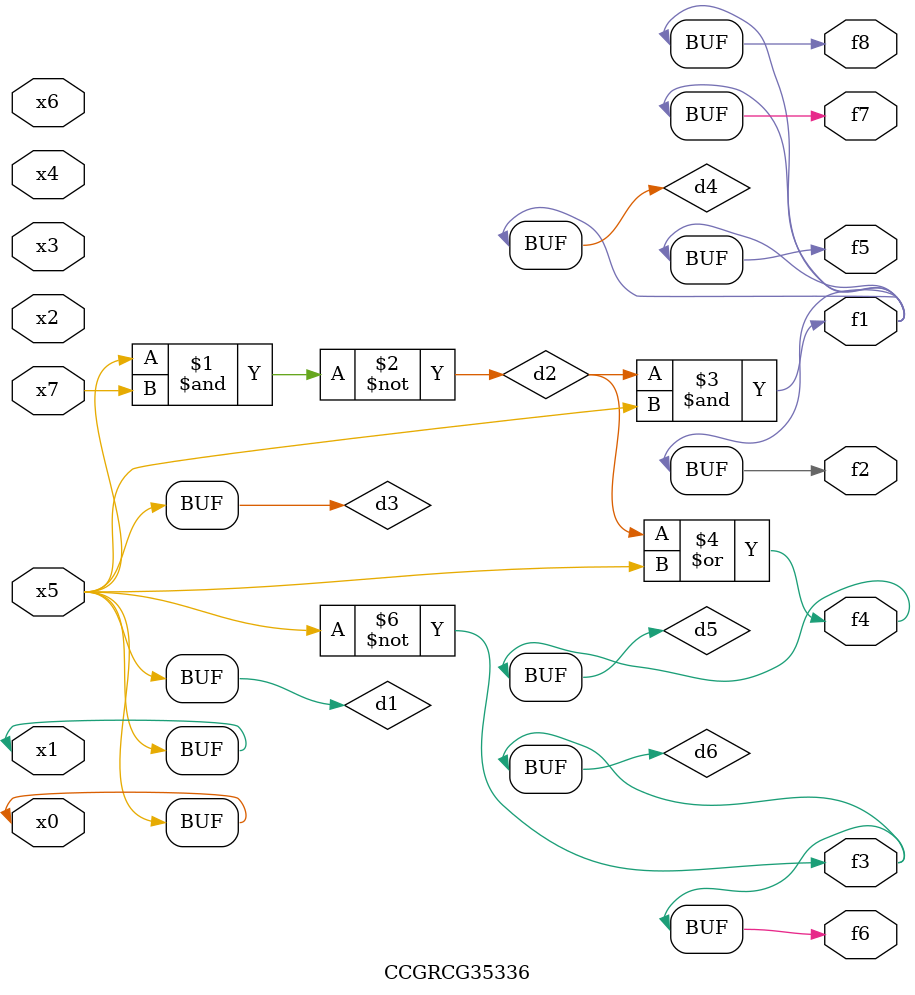
<source format=v>
module CCGRCG35336(
	input x0, x1, x2, x3, x4, x5, x6, x7,
	output f1, f2, f3, f4, f5, f6, f7, f8
);

	wire d1, d2, d3, d4, d5, d6;

	buf (d1, x0, x5);
	nand (d2, x5, x7);
	buf (d3, x0, x1);
	and (d4, d2, d3);
	or (d5, d2, d3);
	nor (d6, d1, d3);
	assign f1 = d4;
	assign f2 = d4;
	assign f3 = d6;
	assign f4 = d5;
	assign f5 = d4;
	assign f6 = d6;
	assign f7 = d4;
	assign f8 = d4;
endmodule

</source>
